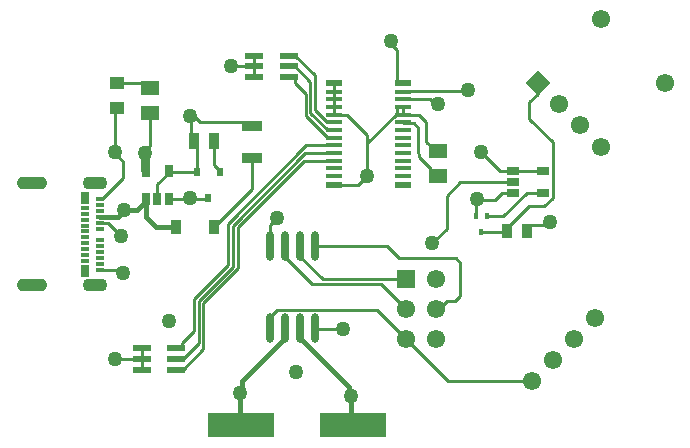
<source format=gtl>
G04*
G04 #@! TF.GenerationSoftware,Altium Limited,Altium Designer,21.0.9 (235)*
G04*
G04 Layer_Physical_Order=1*
G04 Layer_Color=255*
%FSLAX25Y25*%
%MOIN*%
G70*
G04*
G04 #@! TF.SameCoordinates,16CFF4CE-520A-4318-93EF-9E40710CEDB3*
G04*
G04*
G04 #@! TF.FilePolarity,Positive*
G04*
G01*
G75*
%ADD14C,0.01000*%
%ADD15R,0.02756X0.03937*%
%ADD16R,0.02756X0.01181*%
%ADD18R,0.03175X0.05151*%
%ADD20R,0.06299X0.01968*%
%ADD23R,0.05938X0.04750*%
%ADD25R,0.06528X0.03764*%
G04:AMPARAMS|DCode=26|XSize=43.31mil|YSize=23.62mil|CornerRadius=2.01mil|HoleSize=0mil|Usage=FLASHONLY|Rotation=0.000|XOffset=0mil|YOffset=0mil|HoleType=Round|Shape=RoundedRectangle|*
%AMROUNDEDRECTD26*
21,1,0.04331,0.01961,0,0,0.0*
21,1,0.03929,0.02362,0,0,0.0*
1,1,0.00402,0.01965,-0.00980*
1,1,0.00402,-0.01965,-0.00980*
1,1,0.00402,-0.01965,0.00980*
1,1,0.00402,0.01965,0.00980*
%
%ADD26ROUNDEDRECTD26*%
%ADD30R,0.22047X0.08268*%
G04:AMPARAMS|DCode=31|XSize=43.31mil|YSize=102.36mil|CornerRadius=21.65mil|HoleSize=0mil|Usage=FLASHONLY|Rotation=270.000|XOffset=0mil|YOffset=0mil|HoleType=Round|Shape=RoundedRectangle|*
%AMROUNDEDRECTD31*
21,1,0.04331,0.05906,0,0,270.0*
21,1,0.00000,0.10236,0,0,270.0*
1,1,0.04331,-0.02953,0.00000*
1,1,0.04331,-0.02953,0.00000*
1,1,0.04331,0.02953,0.00000*
1,1,0.04331,0.02953,0.00000*
%
%ADD31ROUNDEDRECTD31*%
G04:AMPARAMS|DCode=32|XSize=43.31mil|YSize=82.68mil|CornerRadius=21.65mil|HoleSize=0mil|Usage=FLASHONLY|Rotation=270.000|XOffset=0mil|YOffset=0mil|HoleType=Round|Shape=RoundedRectangle|*
%AMROUNDEDRECTD32*
21,1,0.04331,0.03937,0,0,270.0*
21,1,0.00000,0.08268,0,0,270.0*
1,1,0.04331,-0.01968,0.00000*
1,1,0.04331,-0.01968,0.00000*
1,1,0.04331,0.01968,0.00000*
1,1,0.04331,0.01968,0.00000*
%
%ADD32ROUNDEDRECTD32*%
%ADD37R,0.01402X0.02000*%
%ADD38R,0.02362X0.03150*%
%ADD39R,0.05315X0.01575*%
%ADD40R,0.05315X0.02362*%
%ADD41R,0.03583X0.04803*%
%ADD42O,0.02756X0.09843*%
%ADD43R,0.04724X0.04331*%
%ADD44R,0.03347X0.05315*%
%ADD45C,0.01500*%
%ADD46C,0.03000*%
%ADD47R,0.06102X0.06102*%
%ADD48C,0.06102*%
%ADD49P,0.08630X4X180.0*%
%ADD50C,0.05000*%
D14*
X381229Y336189D02*
X382418Y335000D01*
X383500D01*
X375933Y351847D02*
X378654D01*
X375842Y336189D02*
X381229D01*
X375842Y351937D02*
X375933Y351847D01*
X378654D02*
X383000Y347500D01*
X509260Y369240D02*
X523618D01*
X503000Y375500D02*
X509260Y369240D01*
X519287Y351075D02*
X523993D01*
X518200Y349988D02*
X519287Y351075D01*
X523993D02*
X524918Y352000D01*
X526000D01*
X432500Y351000D02*
X435000Y353500D01*
X432500Y344083D02*
Y351000D01*
X477303Y385051D02*
X480019D01*
X480070Y385000D02*
X480500D01*
X480019Y385051D02*
X480070Y385000D01*
X482000Y375000D02*
Y383500D01*
X480500Y385000D02*
X482000Y383500D01*
X477016Y385339D02*
X477303Y385051D01*
X482000Y375000D02*
X482068Y374932D01*
Y373795D02*
X486031Y369832D01*
X482068Y373795D02*
Y374932D01*
X484640Y378904D02*
X487906Y375637D01*
X484640Y384688D02*
X484674Y384723D01*
X484640Y378904D02*
Y384688D01*
X486031Y369238D02*
X487906Y367363D01*
X486031Y369238D02*
Y369832D01*
X487906Y367363D02*
X488500D01*
X487906Y375637D02*
X488500D01*
X454192Y387690D02*
X458310D01*
X465000Y381000D01*
Y378311D02*
Y381000D01*
X453984Y387898D02*
X454192Y387690D01*
X474858Y390169D02*
X475146Y390457D01*
X474858Y388169D02*
Y390169D01*
X465000Y378311D02*
X474858Y388169D01*
X475146Y390457D02*
X477016D01*
X465000Y367500D02*
Y378311D01*
X461972Y364472D02*
X465000Y367500D01*
X453984Y364472D02*
X461972D01*
X501031Y354049D02*
X501232Y354250D01*
Y359732D02*
X501463Y359963D01*
X501926Y359500D02*
X507500D01*
X501463Y359963D02*
X501926Y359500D01*
X501232Y354250D02*
Y359732D01*
X509760Y361760D02*
X513382D01*
X507500Y359500D02*
X509760Y361760D01*
X519000Y386500D02*
X526784Y378716D01*
X519000Y386500D02*
Y392105D01*
X521787Y394892D02*
Y398500D01*
X519000Y392105D02*
X521787Y394892D01*
X526784Y360282D02*
Y378716D01*
X524001Y357500D02*
X526784Y360282D01*
X519012Y357500D02*
X524001D01*
X511500Y349988D02*
X519012Y357500D01*
X511500Y349000D02*
Y349988D01*
X518025Y361760D02*
X523618D01*
X504969Y354049D02*
X510314D01*
X518025Y361760D01*
X518200Y349000D02*
Y349988D01*
X511451Y348951D02*
X511500Y349000D01*
X503000Y348951D02*
X511451D01*
X491383Y360883D02*
X496000Y365500D01*
X513382D01*
X486500Y345000D02*
X491383Y349883D01*
Y360883D01*
X471417Y344083D02*
X475500Y340000D01*
X494500D01*
X447500Y344083D02*
X471417D01*
X494500Y340000D02*
X496000Y338500D01*
Y327586D02*
Y338500D01*
X485902Y393016D02*
X487339Y391578D01*
X488422D01*
X477016Y395575D02*
X477228Y395787D01*
X498287D01*
X498500Y396000D01*
X477016Y393016D02*
X485902D01*
X482328Y387898D02*
X484674Y385552D01*
Y384723D02*
Y385552D01*
X477016Y387898D02*
Y390457D01*
Y387898D02*
X482328D01*
X453984D02*
Y390457D01*
Y393016D01*
Y395575D01*
Y398528D01*
X474858Y399209D02*
Y409559D01*
X473000Y411418D02*
X474858Y409559D01*
X475539Y398528D02*
X477016D01*
X474858Y399209D02*
X475539Y398528D01*
X473000Y411418D02*
Y412500D01*
X419500Y404000D02*
X427193D01*
Y400457D02*
Y404000D01*
Y407543D01*
X444507Y387398D02*
Y394757D01*
X438807Y400457D02*
X440221D01*
X440706Y398558D02*
Y399972D01*
X440221Y400457D02*
X440706Y399972D01*
Y398558D02*
X444507Y394757D01*
Y387398D02*
X451397Y380508D01*
X447507Y389516D02*
Y401009D01*
X440973Y404000D02*
X446007Y398965D01*
Y388457D02*
Y398965D01*
X440973Y407543D02*
X447507Y401009D01*
Y389516D02*
X451397Y385626D01*
X446007Y388457D02*
X451397Y383067D01*
Y380508D02*
X453697D01*
X453984Y380221D01*
X451397Y383067D02*
X453697D01*
X453984Y382780D01*
X438807Y404000D02*
X440973D01*
X451397Y385626D02*
X453697D01*
X438807Y407543D02*
X440973D01*
X453697Y385626D02*
X453984Y385339D01*
X403205Y311942D02*
X407201Y315937D01*
X403205Y310528D02*
Y311942D01*
X408701Y311728D02*
Y325822D01*
X401307Y310043D02*
X402721D01*
X407201Y315937D02*
Y326443D01*
X402721Y310043D02*
X403205Y310528D01*
X403472Y306500D02*
X408701Y311728D01*
X403472Y302957D02*
X410201Y309685D01*
X407201Y326443D02*
X418500Y337743D01*
X410201Y325201D02*
X421871Y336871D01*
X408701Y325822D02*
X420061Y337182D01*
X410201Y309685D02*
Y325201D01*
X443786Y372543D02*
X453984D01*
X421871Y350629D02*
X443786Y372543D01*
X420061Y350939D02*
X444224Y375102D01*
X426500Y363278D02*
Y373558D01*
X420061Y337182D02*
Y350939D01*
X418500Y337743D02*
Y351500D01*
X444661Y377661D01*
X453984D01*
X444224Y375102D02*
X453984D01*
X413830Y350607D02*
X426500Y363278D01*
X421871Y336871D02*
Y350629D01*
X401307Y302957D02*
X403472D01*
X401307Y306500D02*
X403472D01*
X447500Y316917D02*
X447917Y316500D01*
X457000D01*
X492000Y299000D02*
X519787D01*
X478000Y313000D02*
X492000Y299000D01*
X442500Y340539D02*
Y344083D01*
Y340539D02*
X450039Y333000D01*
X478000D01*
X469500Y331500D02*
X478000Y323000D01*
X437500Y340539D02*
X446539Y331500D01*
X437500Y340539D02*
Y344083D01*
X446539Y331500D02*
X469500D01*
X434878Y322839D02*
X468161D01*
X478000Y313000D01*
X488000Y323000D02*
X488874D01*
X491655Y325781D01*
X494195D01*
X496000Y327586D01*
X442500Y313374D02*
Y316917D01*
X432500Y320461D02*
X434878Y322839D01*
X432500Y316917D02*
Y320461D01*
X437500Y313374D02*
Y316917D01*
X389693Y302957D02*
Y306500D01*
Y310043D01*
X381000Y306500D02*
X389693D01*
X413748Y371217D02*
X415740Y369224D01*
X413748Y371217D02*
Y379000D01*
X415740Y368831D02*
Y369224D01*
X398740Y359776D02*
X411606D01*
X412000Y360169D01*
X407082Y387500D02*
X409200Y385382D01*
X406000Y387500D02*
X407082D01*
X425118Y385382D02*
X426500Y384000D01*
X409200Y385382D02*
X425118D01*
X406000Y387500D02*
X406079Y387421D01*
Y380173D02*
X407252Y379000D01*
X406079Y380173D02*
Y387421D01*
X407252Y379000D02*
X408260Y377992D01*
Y368831D02*
Y377992D01*
X399134Y368831D02*
X408260D01*
X398740Y369224D02*
X399134Y368831D01*
X398740Y368634D02*
Y369224D01*
X395000Y359776D02*
Y364894D01*
X398740Y368634D01*
X391906Y396637D02*
X392500D01*
X381500Y398520D02*
X390023D01*
X391906Y396637D01*
X391000Y376082D02*
X392500Y377582D01*
X391000Y375000D02*
Y376082D01*
X392500Y377582D02*
Y388363D01*
X381000Y375500D02*
Y389752D01*
X381500Y390252D01*
X381000Y374843D02*
X383500Y372343D01*
X381000Y374843D02*
Y375500D01*
X383500Y366681D02*
Y372343D01*
X376630Y359811D02*
X383500Y366681D01*
X391000Y369484D02*
X391260Y369224D01*
X375842Y359811D02*
X376630D01*
X401063Y350500D02*
Y351110D01*
X399772Y352402D02*
X401063Y351110D01*
D15*
X370724Y335795D02*
D03*
Y360205D02*
D03*
X391260Y369224D02*
D03*
X398740D02*
D03*
Y359776D02*
D03*
X395000D02*
D03*
X391260D02*
D03*
D16*
X370724Y356858D02*
D03*
Y354890D02*
D03*
Y352921D02*
D03*
Y350953D02*
D03*
Y348984D02*
D03*
Y347016D02*
D03*
Y345047D02*
D03*
Y343079D02*
D03*
Y341110D02*
D03*
Y339142D02*
D03*
X375842Y336189D02*
D03*
Y338158D02*
D03*
Y340126D02*
D03*
Y342094D02*
D03*
Y344063D02*
D03*
Y346031D02*
D03*
Y349969D02*
D03*
Y351937D02*
D03*
Y353906D02*
D03*
Y355874D02*
D03*
Y357842D02*
D03*
Y359811D02*
D03*
D18*
X518200Y349000D02*
D03*
X511500D02*
D03*
D20*
X427193Y400457D02*
D03*
Y404000D02*
D03*
Y407543D02*
D03*
X438807D02*
D03*
Y404000D02*
D03*
Y400457D02*
D03*
X389693Y302957D02*
D03*
Y306500D02*
D03*
Y310043D02*
D03*
X401307D02*
D03*
Y306500D02*
D03*
Y302957D02*
D03*
D23*
X392500Y388363D02*
D03*
Y396637D02*
D03*
X488500Y367363D02*
D03*
Y375637D02*
D03*
D25*
X426500Y384000D02*
D03*
Y373558D02*
D03*
D26*
X523618Y369240D02*
D03*
Y361760D02*
D03*
X513382D02*
D03*
Y365500D02*
D03*
Y369240D02*
D03*
D30*
X460153Y284500D02*
D03*
X422752D02*
D03*
D31*
X353126Y330992D02*
D03*
Y365008D02*
D03*
D32*
X374228Y330992D02*
D03*
Y365008D02*
D03*
D37*
X503000Y348951D02*
D03*
X501031Y354049D02*
D03*
X504969D02*
D03*
D38*
X415740Y368831D02*
D03*
X408260D02*
D03*
X412000Y360169D02*
D03*
D39*
X477016Y390457D02*
D03*
Y393016D02*
D03*
Y395575D02*
D03*
Y387898D02*
D03*
Y385339D02*
D03*
X453984D02*
D03*
Y387898D02*
D03*
Y395575D02*
D03*
Y393016D02*
D03*
Y390457D02*
D03*
Y382780D02*
D03*
Y380221D02*
D03*
Y377661D02*
D03*
Y375102D02*
D03*
Y367425D02*
D03*
Y369984D02*
D03*
Y372543D02*
D03*
X477016D02*
D03*
Y369984D02*
D03*
Y367425D02*
D03*
Y375102D02*
D03*
Y377661D02*
D03*
Y380221D02*
D03*
Y382780D02*
D03*
D40*
X453984Y398528D02*
D03*
Y364472D02*
D03*
X477016D02*
D03*
Y398528D02*
D03*
D41*
X413937Y350500D02*
D03*
X401063D02*
D03*
D42*
X432500Y316917D02*
D03*
X437500D02*
D03*
X442500D02*
D03*
X447500D02*
D03*
X432500Y344083D02*
D03*
X437500D02*
D03*
X442500D02*
D03*
X447500D02*
D03*
D43*
X381500Y398520D02*
D03*
Y390252D02*
D03*
D44*
X407252Y379000D02*
D03*
X413748D02*
D03*
D45*
X442500Y313374D02*
X458830Y297044D01*
X459500Y285154D02*
X460153Y284500D01*
X458830Y295670D02*
Y297044D01*
X459500Y285154D02*
Y295000D01*
X458830Y295670D02*
X459500Y295000D01*
X423170Y295670D02*
Y299044D01*
X422500Y284752D02*
X422752Y284500D01*
X422500Y295000D02*
X423170Y295670D01*
Y299044D02*
X437500Y313374D01*
X422500Y284752D02*
Y295000D01*
X394500Y350500D02*
X401063D01*
X391260Y353740D02*
X394500Y350500D01*
X391260Y353740D02*
Y359185D01*
X381906Y353906D02*
X384000Y356000D01*
X388075D01*
X375842Y353906D02*
X381906D01*
X388075Y356000D02*
X391260Y359185D01*
D46*
X391000Y369484D02*
Y375000D01*
D47*
X478000Y333000D02*
D03*
D48*
Y323000D02*
D03*
Y313000D02*
D03*
X488000Y333000D02*
D03*
Y323000D02*
D03*
Y313000D02*
D03*
X541000Y320213D02*
D03*
X533929Y313142D02*
D03*
X526858Y306071D02*
D03*
X519787Y299000D02*
D03*
X543000Y377287D02*
D03*
X528858Y391429D02*
D03*
X535929Y384358D02*
D03*
X543000Y419713D02*
D03*
X564213Y398500D02*
D03*
D49*
X521787D02*
D03*
D50*
X383500Y335000D02*
D03*
X383000Y347500D02*
D03*
X503000Y375500D02*
D03*
X526000Y352000D02*
D03*
X435000Y353500D02*
D03*
X465000Y367500D02*
D03*
X501463Y359963D02*
D03*
X486500Y345000D02*
D03*
X441083Y302000D02*
D03*
X459500Y294000D02*
D03*
X422500Y295000D02*
D03*
X488422Y391578D02*
D03*
X498500Y396000D02*
D03*
X473000Y412500D02*
D03*
X419500Y404000D02*
D03*
X457000Y316500D02*
D03*
X399000Y319000D02*
D03*
X381000Y306500D02*
D03*
X406000Y360000D02*
D03*
Y387500D02*
D03*
X391000Y375000D02*
D03*
X381000Y375500D02*
D03*
X384000Y356000D02*
D03*
M02*

</source>
